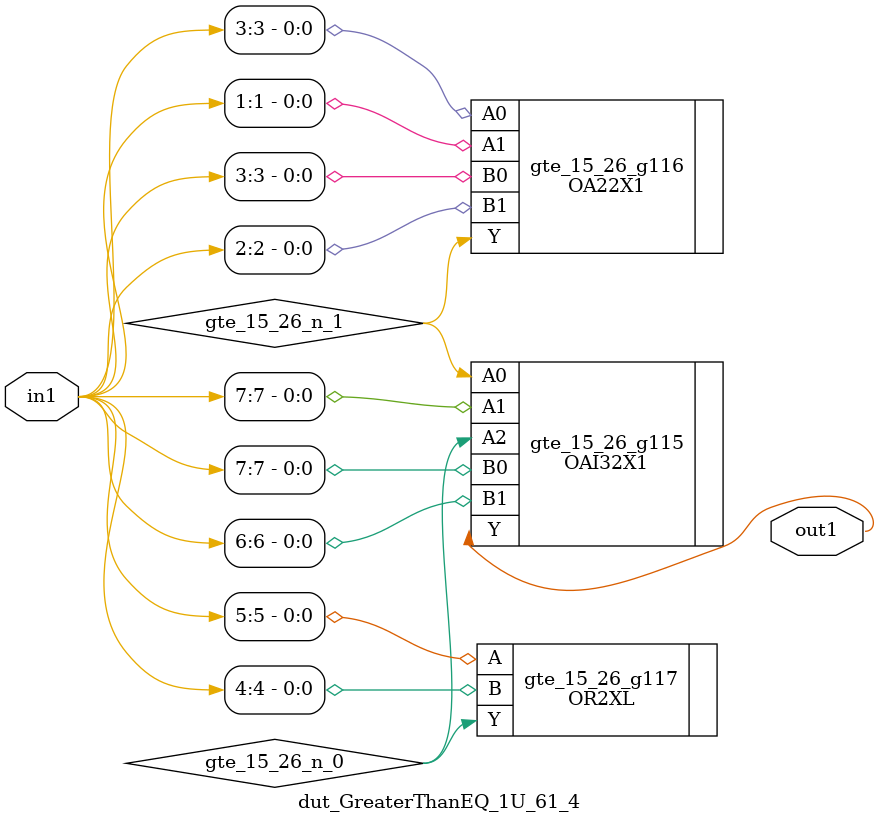
<source format=v>
`timescale 1ps / 1ps


module dut_GreaterThanEQ_1U_61_4(in1, out1);
  input [7:0] in1;
  output out1;
  wire [7:0] in1;
  wire out1;
  wire gte_15_26_n_0, gte_15_26_n_1;
  OAI32X1 gte_15_26_g115(.A0 (gte_15_26_n_1), .A1 (in1[7]), .A2
       (gte_15_26_n_0), .B0 (in1[7]), .B1 (in1[6]), .Y (out1));
  OA22X1 gte_15_26_g116(.A0 (in1[3]), .A1 (in1[1]), .B0 (in1[3]), .B1
       (in1[2]), .Y (gte_15_26_n_1));
  OR2XL gte_15_26_g117(.A (in1[5]), .B (in1[4]), .Y (gte_15_26_n_0));
endmodule



</source>
